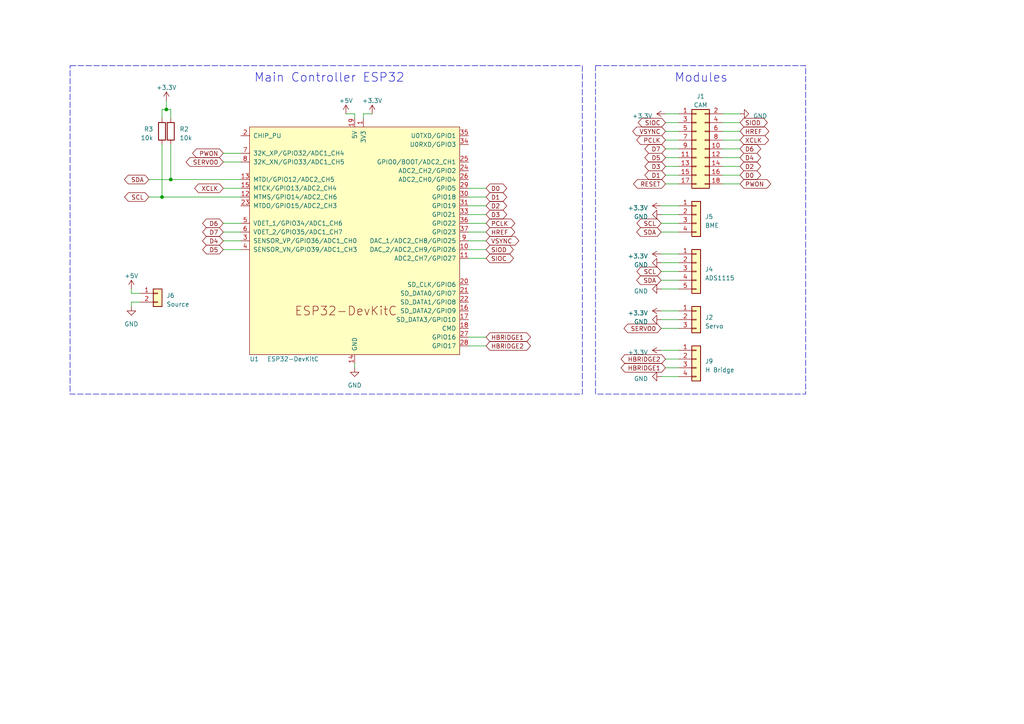
<source format=kicad_sch>
(kicad_sch (version 20230121) (generator eeschema)
  (paper "A4")
  (title_block (title "Main Controller") (date "2023-05-01") (rev "1.0.0") (company "Empresa Kanedística"))
  (lib_symbols
    (symbol "Connector_Generic:Conn_01x02" (pin_names (offset 1.016) hide)
      (property "Reference" "J" (at 0 2.54 0))
      (property "Value" "Conn_01x02" (at 0 -5.08 0))
      (symbol "Conn_01x02_1_1"
        (rectangle (start -1.27 -2.413) (end 0 -2.667) (stroke (width 0.1524)))
        (rectangle (start -1.27 0.127) (end 0 -0.127) (stroke (width 0.1524)))
        (rectangle (start -1.27 1.27) (end 1.27 -3.81) (stroke (width 0.254)) (fill (type background)))
        (pin passive line (at -5.08 0 0) (length 3.81) (name "Pin_1") (number "1"))
        (pin passive line (at -5.08 -2.54 0) (length 3.81) (name "Pin_2") (number "2"))
      )
    )
    (symbol "Connector_Generic:Conn_01x03" (pin_names (offset 1.016) hide)
      (property "Reference" "J" (at 0 5.08 0))
      (property "Value" "Conn_01x03" (at 0 -5.08 0))
      (symbol "Conn_01x03_1_1"
        (rectangle (start -1.27 -2.413) (end 0 -2.667) (stroke (width 0.1524)))
        (rectangle (start -1.27 0.127) (end 0 -0.127) (stroke (width 0.1524)))
        (rectangle (start -1.27 2.667) (end 0 2.413) (stroke (width 0.1524)))
        (rectangle (start -1.27 3.81) (end 1.27 -3.81) (stroke (width 0.254)) (fill (type background)))
        (pin passive line (at -5.08 2.54 0) (length 3.81) (name "Pin_1") (number "1"))
        (pin passive line (at -5.08 0 0) (length 3.81) (name "Pin_2") (number "2"))
        (pin passive line (at -5.08 -2.54 0) (length 3.81) (name "Pin_3") (number "3"))
      )
    )
    (symbol "Connector_Generic:Conn_01x04" (pin_names (offset 1.016) hide)
      (property "Reference" "J" (at 0 5.08 0))
      (property "Value" "Conn_01x04" (at 0 -7.62 0))
      (symbol "Conn_01x04_1_1"
        (rectangle (start -1.27 -4.953) (end 0 -5.207) (stroke (width 0.1524)))
        (rectangle (start -1.27 -2.413) (end 0 -2.667) (stroke (width 0.1524)))
        (rectangle (start -1.27 0.127) (end 0 -0.127) (stroke (width 0.1524)))
        (rectangle (start -1.27 2.667) (end 0 2.413) (stroke (width 0.1524)))
        (rectangle (start -1.27 3.81) (end 1.27 -6.35) (stroke (width 0.254)) (fill (type background)))
        (pin passive line (at -5.08 2.54 0) (length 3.81) (name "Pin_1") (number "1"))
        (pin passive line (at -5.08 0 0) (length 3.81) (name "Pin_2") (number "2"))
        (pin passive line (at -5.08 -2.54 0) (length 3.81) (name "Pin_3") (number "3"))
        (pin passive line (at -5.08 -5.08 0) (length 3.81) (name "Pin_4") (number "4"))
      )
    )
    (symbol "Connector_Generic:Conn_01x05" (pin_names (offset 1.016) hide)
      (property "Reference" "J" (at 0 7.62 0))
      (property "Value" "Conn_01x05" (at 0 -7.62 0))
      (symbol "Conn_01x05_1_1"
        (rectangle (start -1.27 -4.953) (end 0 -5.207) (stroke (width 0.1524)))
        (rectangle (start -1.27 -2.413) (end 0 -2.667) (stroke (width 0.1524)))
        (rectangle (start -1.27 0.127) (end 0 -0.127) (stroke (width 0.1524)))
        (rectangle (start -1.27 2.667) (end 0 2.413) (stroke (width 0.1524)))
        (rectangle (start -1.27 5.207) (end 0 4.953) (stroke (width 0.1524)))
        (rectangle (start -1.27 6.35) (end 1.27 -6.35) (stroke (width 0.254)) (fill (type background)))
        (pin passive line (at -5.08 5.08 0) (length 3.81) (name "Pin_1") (number "1"))
        (pin passive line (at -5.08 2.54 0) (length 3.81) (name "Pin_2") (number "2"))
        (pin passive line (at -5.08 0 0) (length 3.81) (name "Pin_3") (number "3"))
        (pin passive line (at -5.08 -2.54 0) (length 3.81) (name "Pin_4") (number "4"))
        (pin passive line (at -5.08 -5.08 0) (length 3.81) (name "Pin_5") (number "5"))
      )
    )
    (symbol "Connector_Generic:Conn_02x09_Odd_Even" (pin_names (offset 1.016) hide)
      (property "Reference" "J" (at 1.27 12.7 0))
      (property "Value" "Conn_02x09_Odd_Even" (at 1.27 -12.7 0))
      (symbol "Conn_02x09_Odd_Even_1_1"
        (rectangle (start -1.27 -10.033) (end 0 -10.287) (stroke (width 0.1524)))
        (rectangle (start -1.27 -7.493) (end 0 -7.747) (stroke (width 0.1524)))
        (rectangle (start -1.27 -4.953) (end 0 -5.207) (stroke (width 0.1524)))
        (rectangle (start -1.27 -2.413) (end 0 -2.667) (stroke (width 0.1524)))
        (rectangle (start -1.27 0.127) (end 0 -0.127) (stroke (width 0.1524)))
        (rectangle (start -1.27 2.667) (end 0 2.413) (stroke (width 0.1524)))
        (rectangle (start -1.27 5.207) (end 0 4.953) (stroke (width 0.1524)))
        (rectangle (start -1.27 7.747) (end 0 7.493) (stroke (width 0.1524)))
        (rectangle (start -1.27 10.287) (end 0 10.033) (stroke (width 0.1524)))
        (rectangle (start -1.27 11.43) (end 3.81 -11.43) (stroke (width 0.254)) (fill (type background)))
        (rectangle (start 3.81 -10.033) (end 2.54 -10.287) (stroke (width 0.1524)))
        (rectangle (start 3.81 -7.493) (end 2.54 -7.747) (stroke (width 0.1524)))
        (rectangle (start 3.81 -4.953) (end 2.54 -5.207) (stroke (width 0.1524)))
        (rectangle (start 3.81 -2.413) (end 2.54 -2.667) (stroke (width 0.1524)))
        (rectangle (start 3.81 0.127) (end 2.54 -0.127) (stroke (width 0.1524)))
        (rectangle (start 3.81 2.667) (end 2.54 2.413) (stroke (width 0.1524)))
        (rectangle (start 3.81 5.207) (end 2.54 4.953) (stroke (width 0.1524)))
        (rectangle (start 3.81 7.747) (end 2.54 7.493) (stroke (width 0.1524)))
        (rectangle (start 3.81 10.287) (end 2.54 10.033) (stroke (width 0.1524)))
        (pin passive line (at -5.08 10.16 0) (length 3.81) (name "Pin_1") (number "1"))
        (pin passive line (at 7.62 0 180) (length 3.81) (name "Pin_10") (number "10"))
        (pin passive line (at -5.08 -2.54 0) (length 3.81) (name "Pin_11") (number "11"))
        (pin passive line (at 7.62 -2.54 180) (length 3.81) (name "Pin_12") (number "12"))
        (pin passive line (at -5.08 -5.08 0) (length 3.81) (name "Pin_13") (number "13"))
        (pin passive line (at 7.62 -5.08 180) (length 3.81) (name "Pin_14") (number "14"))
        (pin passive line (at -5.08 -7.62 0) (length 3.81) (name "Pin_15") (number "15"))
        (pin passive line (at 7.62 -7.62 180) (length 3.81) (name "Pin_16") (number "16"))
        (pin passive line (at -5.08 -10.16 0) (length 3.81) (name "Pin_17") (number "17"))
        (pin passive line (at 7.62 -10.16 180) (length 3.81) (name "Pin_18") (number "18"))
        (pin passive line (at 7.62 10.16 180) (length 3.81) (name "Pin_2") (number "2"))
        (pin passive line (at -5.08 7.62 0) (length 3.81) (name "Pin_3") (number "3"))
        (pin passive line (at 7.62 7.62 180) (length 3.81) (name "Pin_4") (number "4"))
        (pin passive line (at -5.08 5.08 0) (length 3.81) (name "Pin_5") (number "5"))
        (pin passive line (at 7.62 5.08 180) (length 3.81) (name "Pin_6") (number "6"))
        (pin passive line (at -5.08 2.54 0) (length 3.81) (name "Pin_7") (number "7"))
        (pin passive line (at 7.62 2.54 180) (length 3.81) (name "Pin_8") (number "8"))
        (pin passive line (at -5.08 0 0) (length 3.81) (name "Pin_9") (number "9"))
      )
    )
    (symbol "Device:R" (pin_numbers hide) (pin_names (offset 0))
      (property "Reference" "R" (at 2.032 0 90))
      (property "Value" "R" (at 0 0 90))
      (symbol "R_0_1"
        (rectangle (start -1.016 -2.54) (end 1.016 2.54) (stroke (width 0.254)))
      )
      (symbol "R_1_1"
        (pin passive line (at 0 3.81 270) (length 1.27) (name "~") (number "1"))
        (pin passive line (at 0 -3.81 90) (length 1.27) (name "~") (number "2"))
      )
    )
    (symbol "Espressif:ESP32-DevKitC" (pin_names (offset 1.016))
      (property "Reference" "U" (at -30.48 38.1 0))
      (property "Value" "ESP32-DevKitC" (at -30.48 35.56 0))
      (symbol "ESP32-DevKitC_0_0"
        (text "ESP32-DevKitC" (at -2.54 -20.32 0) (effects (font (size 2.54 2.54))))
        (pin power_in line (at 0 -35.56 90) (length 2.54) (name "GND") (number "14"))
        (pin power_in line (at 0 35.56 270) (length 2.54) (name "5V") (number "19"))
      )
      (symbol "ESP32-DevKitC_0_1"
        (rectangle (start -30.48 33.02) (end 30.48 -33.02) (fill (type background)))
      )
      (symbol "ESP32-DevKitC_1_1"
        (pin power_in line (at 2.54 35.56 270) (length 2.54) (name "3V3") (number "1"))
        (pin bidirectional line (at 33.02 -2.54 180) (length 2.54) (name "DAC_2/ADC2_CH9/GPIO26") (number "10"))
        (pin bidirectional line (at 33.02 -5.08 180) (length 2.54) (name "ADC2_CH7/GPIO27") (number "11"))
        (pin bidirectional line (at -33.02 12.7 0) (length 2.54) (name "MTMS/GPIO14/ADC2_CH6") (number "12"))
        (pin bidirectional line (at -33.02 17.78 0) (length 2.54) (name "MTDI/GPIO12/ADC2_CH5") (number "13"))
        (pin bidirectional line (at -33.02 15.24 0) (length 2.54) (name "MTCK/GPIO13/ADC2_CH4") (number "15"))
        (pin bidirectional line (at 33.02 -20.32 180) (length 2.54) (name "SD_DATA2/GPIO9") (number "16"))
        (pin bidirectional line (at 33.02 -22.86 180) (length 2.54) (name "SD_DATA3/GPIO10") (number "17"))
        (pin bidirectional line (at 33.02 -25.4 180) (length 2.54) (name "CMD") (number "18"))
        (pin input line (at -33.02 30.48 0) (length 2.54) (name "CHIP_PU") (number "2"))
        (pin bidirectional line (at 33.02 -12.7 180) (length 2.54) (name "SD_CLK/GPIO6") (number "20"))
        (pin bidirectional line (at 33.02 -15.24 180) (length 2.54) (name "SD_DATA0/GPIO7") (number "21"))
        (pin bidirectional line (at 33.02 -17.78 180) (length 2.54) (name "SD_DATA1/GPIO8") (number "22"))
        (pin bidirectional line (at -33.02 10.16 0) (length 2.54) (name "MTDO/GPIO15/ADC2_CH3") (number "23"))
        (pin bidirectional line (at 33.02 20.32 180) (length 2.54) (name "ADC2_CH2/GPIO2") (number "24"))
        (pin bidirectional line (at 33.02 22.86 180) (length 2.54) (name "GPIO0/BOOT/ADC2_CH1") (number "25"))
        (pin bidirectional line (at 33.02 17.78 180) (length 2.54) (name "ADC2_CH0/GPIO4") (number "26"))
        (pin bidirectional line (at 33.02 -27.94 180) (length 2.54) (name "GPIO16") (number "27"))
        (pin bidirectional line (at 33.02 -30.48 180) (length 2.54) (name "GPIO17") (number "28"))
        (pin bidirectional line (at 33.02 15.24 180) (length 2.54) (name "GPIO5") (number "29"))
        (pin input line (at -33.02 0 0) (length 2.54) (name "SENSOR_VP/GPIO36/ADC1_CH0") (number "3"))
        (pin bidirectional line (at 33.02 12.7 180) (length 2.54) (name "GPIO18") (number "30"))
        (pin bidirectional line (at 33.02 10.16 180) (length 2.54) (name "GPIO19") (number "31"))
        (pin passive line (at 0 -35.56 90) (length 2.54) hide (name "GND") (number "32"))
        (pin bidirectional line (at 33.02 7.62 180) (length 2.54) (name "GPIO21") (number "33"))
        (pin bidirectional line (at 33.02 27.94 180) (length 2.54) (name "U0RXD/GPIO3") (number "34"))
        (pin bidirectional line (at 33.02 30.48 180) (length 2.54) (name "U0TXD/GPIO1") (number "35"))
        (pin bidirectional line (at 33.02 5.08 180) (length 2.54) (name "GPIO22") (number "36"))
        (pin bidirectional line (at 33.02 2.54 180) (length 2.54) (name "GPIO23") (number "37"))
        (pin passive line (at 0 -35.56 90) (length 2.54) hide (name "GND") (number "38"))
        (pin input line (at -33.02 -2.54 0) (length 2.54) (name "SENSOR_VN/GPIO39/ADC1_CH3") (number "4"))
        (pin input line (at -33.02 5.08 0) (length 2.54) (name "VDET_1/GPIO34/ADC1_CH6") (number "5"))
        (pin input line (at -33.02 2.54 0) (length 2.54) (name "VDET_2/GPIO35/ADC1_CH7") (number "6"))
        (pin bidirectional line (at -33.02 25.4 0) (length 2.54) (name "32K_XP/GPIO32/ADC1_CH4") (number "7"))
        (pin bidirectional line (at -33.02 22.86 0) (length 2.54) (name "32K_XN/GPIO33/ADC1_CH5") (number "8"))
        (pin bidirectional line (at 33.02 0 180) (length 2.54) (name "DAC_1/ADC2_CH8/GPIO25") (number "9"))
      )
    )
    (symbol "power:+3.3V" (power) (pin_names (offset 0))
      (property "Value" "+3.3V" (at 0 3.556 0))
      (symbol "+3.3V_0_1"
        (polyline (pts (xy -0.762 1.27) (xy 0 2.54)))
        (polyline (pts (xy 0 0) (xy 0 2.54)))
        (polyline (pts (xy 0 2.54) (xy 0.762 1.27)))
      )
      (symbol "+3.3V_1_1"
        (pin power_in line (at 0 0 90) (length 0) hide (name "+3.3V") (number "1"))
      )
    )
    (symbol "power:+5V" (power) (pin_names (offset 0))
      (property "Value" "+5V" (at 0 3.556 0))
      (symbol "+5V_0_1"
        (polyline (pts (xy -0.762 1.27) (xy 0 2.54)))
        (polyline (pts (xy 0 0) (xy 0 2.54)))
        (polyline (pts (xy 0 2.54) (xy 0.762 1.27)))
      )
      (symbol "+5V_1_1"
        (pin power_in line (at 0 0 90) (length 0) hide (name "+5V") (number "1"))
      )
    )
    (symbol "power:GND" (power) (pin_names (offset 0))
      (property "Value" "GND" (at 0 -3.81 0))
      (symbol "GND_0_1"
        (polyline (pts (xy 0 0) (xy 0 -1.27) (xy 1.27 -1.27) (xy 0 -2.54) (xy -1.27 -1.27) (xy 0 -1.27)))
      )
      (symbol "GND_1_1"
        (pin power_in line (at 0 0 270) (length 0) hide (name "GND") (number "1"))
      )
    )
  )
  (junction (at 48.26 31.75))
  (junction (at 46.99 57.15))
  (junction (at 49.53 52.07))
  (wire (pts (xy 191.77 73.66) (xy 196.85 73.66)))
  (wire (pts (xy 38.1 83.82) (xy 38.1 85.09)))
  (wire (pts (xy 193.04 104.14) (xy 196.85 104.14)))
  (wire (pts (xy 140.97 59.69) (xy 135.89 59.69)))
  (wire (pts (xy 107.95 33.02) (xy 105.41 33.02)))
  (wire (pts (xy 191.77 67.31) (xy 196.85 67.31)))
  (wire (pts (xy 140.97 69.85) (xy 135.89 69.85)))
  (wire (pts (xy 191.77 83.82) (xy 196.85 83.82)))
  (wire (pts (xy 48.26 31.75) (xy 46.99 31.75)))
  (wire (pts (xy 64.77 67.31) (xy 69.85 67.31)))
  (wire (pts (xy 105.41 33.02) (xy 105.41 34.29)))
  (wire (pts (xy 191.77 101.6) (xy 196.85 101.6)))
  (wire (pts (xy 43.18 57.15) (xy 46.99 57.15)))
  (wire (pts (xy 48.26 31.75) (xy 49.53 31.75)))
  (wire (pts (xy 214.63 53.34) (xy 209.55 53.34)))
  (wire (pts (xy 191.77 78.74) (xy 196.85 78.74)))
  (wire (pts (xy 140.97 67.31) (xy 135.89 67.31)))
  (wire (pts (xy 191.77 95.25) (xy 196.85 95.25)))
  (wire (pts (xy 102.87 33.02) (xy 102.87 34.29)))
  (wire (pts (xy 100.33 33.02) (xy 102.87 33.02)))
  (wire (pts (xy 140.97 62.23) (xy 135.89 62.23)))
  (wire (pts (xy 102.87 105.41) (xy 102.87 106.68)))
  (wire (pts (xy 193.04 33.02) (xy 196.85 33.02)))
  (wire (pts (xy 193.04 45.72) (xy 196.85 45.72)))
  (wire (pts (xy 49.53 31.75) (xy 49.53 34.29)))
  (wire (pts (xy 193.04 53.34) (xy 196.85 53.34)))
  (wire (pts (xy 64.77 44.45) (xy 69.85 44.45)))
  (wire (pts (xy 140.97 74.93) (xy 135.89 74.93)))
  (wire (pts (xy 140.97 72.39) (xy 135.89 72.39)))
  (wire (pts (xy 193.04 43.18) (xy 196.85 43.18)))
  (wire (pts (xy 193.04 38.1) (xy 196.85 38.1)))
  (wire (pts (xy 191.77 64.77) (xy 196.85 64.77)))
  (wire (pts (xy 49.53 52.07) (xy 69.85 52.07)))
  (wire (pts (xy 38.1 87.63) (xy 40.64 87.63)))
  (wire (pts (xy 64.77 54.61) (xy 69.85 54.61)))
  (wire (pts (xy 43.18 52.07) (xy 49.53 52.07)))
  (wire (pts (xy 193.04 40.64) (xy 196.85 40.64)))
  (wire (pts (xy 64.77 69.85) (xy 69.85 69.85)))
  (wire (pts (xy 191.77 62.23) (xy 196.85 62.23)))
  (wire (pts (xy 191.77 109.22) (xy 196.85 109.22)))
  (wire (pts (xy 140.97 57.15) (xy 135.89 57.15)))
  (wire (pts (xy 214.63 40.64) (xy 209.55 40.64)))
  (wire (pts (xy 214.63 38.1) (xy 209.55 38.1)))
  (wire (pts (xy 135.89 100.33) (xy 140.97 100.33)))
  (wire (pts (xy 49.53 41.91) (xy 49.53 52.07)))
  (wire (pts (xy 193.04 35.56) (xy 196.85 35.56)))
  (wire (pts (xy 214.63 35.56) (xy 209.55 35.56)))
  (wire (pts (xy 214.63 43.18) (xy 209.55 43.18)))
  (wire (pts (xy 214.63 50.8) (xy 209.55 50.8)))
  (wire (pts (xy 64.77 72.39) (xy 69.85 72.39)))
  (wire (pts (xy 140.97 54.61) (xy 135.89 54.61)))
  (wire (pts (xy 193.04 48.26) (xy 196.85 48.26)))
  (wire (pts (xy 46.99 57.15) (xy 69.85 57.15)))
  (wire (pts (xy 214.63 45.72) (xy 209.55 45.72)))
  (wire (pts (xy 64.77 64.77) (xy 69.85 64.77)))
  (wire (pts (xy 193.04 50.8) (xy 196.85 50.8)))
  (wire (pts (xy 196.85 59.69) (xy 191.77 59.69)))
  (wire (pts (xy 214.63 48.26) (xy 209.55 48.26)))
  (wire (pts (xy 193.04 106.68) (xy 196.85 106.68)))
  (wire (pts (xy 46.99 41.91) (xy 46.99 57.15)))
  (wire (pts (xy 48.26 29.21) (xy 48.26 31.75)))
  (wire (pts (xy 38.1 88.9) (xy 38.1 87.63)))
  (wire (pts (xy 191.77 92.71) (xy 196.85 92.71)))
  (wire (pts (xy 135.89 97.79) (xy 140.97 97.79)))
  (wire (pts (xy 46.99 31.75) (xy 46.99 34.29)))
  (wire (pts (xy 214.63 33.02) (xy 209.55 33.02)))
  (wire (pts (xy 64.77 46.99) (xy 69.85 46.99)))
  (wire (pts (xy 38.1 85.09) (xy 40.64 85.09)))
  (wire (pts (xy 191.77 81.28) (xy 196.85 81.28)))
  (wire (pts (xy 191.77 76.2) (xy 196.85 76.2)))
  (wire (pts (xy 140.97 64.77) (xy 135.89 64.77)))
  (wire (pts (xy 191.77 90.17) (xy 196.85 90.17)))
  (rectangle (start 20.32 19.05) (end 168.91 114.3) (stroke (width 0) (type dash)))
  (rectangle (start 172.72 19.05) (end 233.68 114.3) (stroke (width 0) (type dash)))
  (text "Main Controller ESP32" (at 73.66 24.13 0) (effects (font (size 2.54 2.54)) (justify left bottom)))
  (text "Modules" (at 195.58 24.13 0) (effects (font (size 2.54 2.54)) (justify left bottom)))
  (global_label "D1" (shape bidirectional) (at 193.04 50.8 180) (property "Intersheetrefs" "${INTERSHEET_REFS}" (effects hide)))
  (global_label "D1" (shape bidirectional) (at 140.97 57.15 0) (property "Intersheetrefs" "${INTERSHEET_REFS}" (effects hide)))
  (global_label "SDA" (shape bidirectional) (at 191.77 67.31 180) (property "Intersheetrefs" "${INTERSHEET_REFS}" (effects hide)))
  (global_label "D2" (shape bidirectional) (at 140.97 59.69 0) (property "Intersheetrefs" "${INTERSHEET_REFS}" (effects hide)))
  (global_label "D6" (shape bidirectional) (at 64.77 64.77 180) (property "Intersheetrefs" "${INTERSHEET_REFS}" (effects hide)))
  (global_label "D3" (shape bidirectional) (at 140.97 62.23 0) (property "Intersheetrefs" "${INTERSHEET_REFS}" (effects hide)))
  (global_label "HBRIDGE1" (shape bidirectional) (at 140.97 97.79 0) (property "Intersheetrefs" "${INTERSHEET_REFS}" (effects hide)))
  (global_label "HBRIDGE1" (shape bidirectional) (at 193.04 106.68 180) (property "Intersheetrefs" "${INTERSHEET_REFS}" (effects hide)))
  (global_label "PCLK" (shape bidirectional) (at 140.97 64.77 0) (property "Intersheetrefs" "${INTERSHEET_REFS}" (effects hide)))
  (global_label "SERVO0" (shape bidirectional) (at 64.77 46.99 180) (property "Intersheetrefs" "${INTERSHEET_REFS}" (effects hide)))
  (global_label "D3" (shape bidirectional) (at 193.04 48.26 180) (property "Intersheetrefs" "${INTERSHEET_REFS}" (effects hide)))
  (global_label "D5" (shape bidirectional) (at 64.77 72.39 180) (property "Intersheetrefs" "${INTERSHEET_REFS}" (effects hide)))
  (global_label "VSYNC" (shape bidirectional) (at 193.04 38.1 180) (property "Intersheetrefs" "${INTERSHEET_REFS}" (effects hide)))
  (global_label "XCLK" (shape bidirectional) (at 214.63 40.64 0) (property "Intersheetrefs" "${INTERSHEET_REFS}" (effects hide)))
  (global_label "D0" (shape bidirectional) (at 140.97 54.61 0) (property "Intersheetrefs" "${INTERSHEET_REFS}" (effects hide)))
  (global_label "SCL" (shape bidirectional) (at 191.77 64.77 180) (property "Intersheetrefs" "${INTERSHEET_REFS}" (effects hide)))
  (global_label "D4" (shape bidirectional) (at 214.63 45.72 0) (property "Intersheetrefs" "${INTERSHEET_REFS}" (effects hide)))
  (global_label "HBRIDGE2" (shape bidirectional) (at 193.04 104.14 180) (property "Intersheetrefs" "${INTERSHEET_REFS}" (effects hide)))
  (global_label "SIOC" (shape bidirectional) (at 140.97 74.93 0) (property "Intersheetrefs" "${INTERSHEET_REFS}" (effects hide)))
  (global_label "SDA" (shape bidirectional) (at 43.18 52.07 180) (property "Intersheetrefs" "${INTERSHEET_REFS}" (effects hide)))
  (global_label "D0" (shape bidirectional) (at 214.63 50.8 0) (property "Intersheetrefs" "${INTERSHEET_REFS}" (effects hide)))
  (global_label "SIOC" (shape bidirectional) (at 193.04 35.56 180) (property "Intersheetrefs" "${INTERSHEET_REFS}" (effects hide)))
  (global_label "D6" (shape bidirectional) (at 214.63 43.18 0) (property "Intersheetrefs" "${INTERSHEET_REFS}" (effects hide)))
  (global_label "PWON" (shape bidirectional) (at 214.63 53.34 0) (property "Intersheetrefs" "${INTERSHEET_REFS}" (effects hide)))
  (global_label "RESET" (shape bidirectional) (at 193.04 53.34 180) (property "Intersheetrefs" "${INTERSHEET_REFS}" (effects hide)))
  (global_label "D7" (shape bidirectional) (at 193.04 43.18 180) (property "Intersheetrefs" "${INTERSHEET_REFS}" (effects hide)))
  (global_label "PCLK" (shape bidirectional) (at 193.04 40.64 180) (property "Intersheetrefs" "${INTERSHEET_REFS}" (effects hide)))
  (global_label "PWON" (shape bidirectional) (at 64.77 44.45 180) (property "Intersheetrefs" "${INTERSHEET_REFS}" (effects hide)))
  (global_label "SERVO0" (shape bidirectional) (at 191.77 95.25 180) (property "Intersheetrefs" "${INTERSHEET_REFS}" (effects hide)))
  (global_label "D5" (shape bidirectional) (at 193.04 45.72 180) (property "Intersheetrefs" "${INTERSHEET_REFS}" (effects hide)))
  (global_label "HREF" (shape bidirectional) (at 140.97 67.31 0) (property "Intersheetrefs" "${INTERSHEET_REFS}" (effects hide)))
  (global_label "HBRIDGE2" (shape bidirectional) (at 140.97 100.33 0) (property "Intersheetrefs" "${INTERSHEET_REFS}" (effects hide)))
  (global_label "SIOD" (shape bidirectional) (at 214.63 35.56 0) (property "Intersheetrefs" "${INTERSHEET_REFS}" (effects hide)))
  (global_label "HREF" (shape bidirectional) (at 214.63 38.1 0) (property "Intersheetrefs" "${INTERSHEET_REFS}" (effects hide)))
  (global_label "VSYNC" (shape bidirectional) (at 140.97 69.85 0) (property "Intersheetrefs" "${INTERSHEET_REFS}" (effects hide)))
  (global_label "SIOD" (shape bidirectional) (at 140.97 72.39 0) (property "Intersheetrefs" "${INTERSHEET_REFS}" (effects hide)))
  (global_label "XCLK" (shape bidirectional) (at 64.77 54.61 180) (property "Intersheetrefs" "${INTERSHEET_REFS}" (effects hide)))
  (global_label "SDA" (shape bidirectional) (at 191.77 81.28 180) (property "Intersheetrefs" "${INTERSHEET_REFS}" (effects hide)))
  (global_label "D7" (shape bidirectional) (at 64.77 67.31 180) (property "Intersheetrefs" "${INTERSHEET_REFS}" (effects hide)))
  (global_label "SCL" (shape bidirectional) (at 43.18 57.15 180) (property "Intersheetrefs" "${INTERSHEET_REFS}" (effects hide)))
  (global_label "SCL" (shape bidirectional) (at 191.77 78.74 180) (property "Intersheetrefs" "${INTERSHEET_REFS}" (effects hide)))
  (global_label "D4" (shape bidirectional) (at 64.77 69.85 180) (property "Intersheetrefs" "${INTERSHEET_REFS}" (effects hide)))
  (global_label "D2" (shape bidirectional) (at 214.63 48.26 0) (property "Intersheetrefs" "${INTERSHEET_REFS}" (effects hide)))
  (symbol (lib_id "power:+3.3V") (at 193.04 33.02 90) (unit 1)
    (property "Reference" "#PWR016" (effects hide))
    (property "Value" "+3.3V" (at 189.23 33.655 90) (effects (justify left)))
  )
  (symbol (lib_id "power:+3.3V") (at 48.26 29.21 0) (unit 1)
    (property "Reference" "#PWR021" (effects hide))
    (property "Value" "+3.3V" (at 48.26 25.4 0))
  )
  (symbol (lib_id "power:GND") (at 102.87 106.68 0) (unit 1)
    (property "Reference" "#PWR01" (effects hide))
    (property "Value" "GND" (at 102.87 111.76 0))
  )
  (symbol (lib_id "Connector_Generic:Conn_01x04") (at 201.93 104.14 0) (unit 1)
    (property "Reference" "J9" (at 204.47 104.775 0) (effects (justify left)))
    (property "Value" "H Bridge" (at 204.47 107.315 0) (effects (justify left)))
    (property "Footprint" "Connector_PinHeader_2.54mm:PinHeader_1x04_P2.54mm_Vertical" (effects hide))
  )
  (symbol (lib_id "Connector_Generic:Conn_01x02") (at 45.72 85.09 0) (unit 1)
    (property "Reference" "J6" (at 48.26 85.725 0) (effects (justify left)))
    (property "Value" "Source" (at 48.26 88.265 0) (effects (justify left)))
    (property "Footprint" "Connector_PinHeader_2.54mm:PinHeader_1x02_P2.54mm_Vertical" (effects hide))
  )
  (symbol (lib_id "Connector_Generic:Conn_02x09_Odd_Even") (at 201.93 43.18 0) (unit 1)
    (property "Reference" "J1" (at 203.2 27.94 0))
    (property "Value" "CAM" (at 203.2 30.48 0))
    (property "Footprint" "Connector_PinHeader_2.54mm:PinHeader_2x09_P2.54mm_Vertical" (effects hide))
  )
  (symbol (lib_id "power:+3.3V") (at 191.77 59.69 90) (unit 1)
    (property "Reference" "#PWR011" (effects hide))
    (property "Value" "+3.3V" (at 187.96 60.325 90) (effects (justify left)))
  )
  (symbol (lib_id "Connector_Generic:Conn_01x04") (at 201.93 62.23 0) (unit 1)
    (property "Reference" "J5" (at 204.47 62.865 0) (effects (justify left)))
    (property "Value" "BME" (at 204.47 65.405 0) (effects (justify left)))
    (property "Footprint" "Connector_PinHeader_2.54mm:PinHeader_1x04_P2.54mm_Vertical" (effects hide))
  )
  (symbol (lib_id "power:GND") (at 214.63 33.02 90) (unit 1)
    (property "Reference" "#PWR017" (effects hide))
    (property "Value" "GND" (at 218.44 33.655 90) (effects (justify right)))
  )
  (symbol (lib_id "power:+3.3V") (at 191.77 90.17 90) (unit 1)
    (property "Reference" "#PWR018" (effects hide))
    (property "Value" "+3.3V" (at 187.96 90.805 90) (effects (justify left)))
  )
  (symbol (lib_id "power:GND") (at 191.77 83.82 270) (unit 1)
    (property "Reference" "#PWR015" (effects hide))
    (property "Value" "GND" (at 187.96 84.455 90) (effects (justify right)))
  )
  (symbol (lib_id "power:+5V") (at 38.1 83.82 0) (unit 1)
    (property "Reference" "#PWR032" (effects hide))
    (property "Value" "+5V" (at 38.1 80.01 0))
  )
  (symbol (lib_id "power:GND") (at 191.77 109.22 270) (unit 1)
    (property "Reference" "#PWR034" (effects hide))
    (property "Value" "GND" (at 187.96 109.855 90) (effects (justify right)))
  )
  (symbol (lib_id "power:+3.3V") (at 191.77 101.6 90) (unit 1)
    (property "Reference" "#PWR04" (effects hide))
    (property "Value" "+3.3V" (at 187.96 102.235 90) (effects (justify left)))
  )
  (symbol (lib_id "power:GND") (at 191.77 62.23 270) (unit 1)
    (property "Reference" "#PWR012" (effects hide))
    (property "Value" "GND" (at 187.96 62.865 90) (effects (justify right)))
  )
  (symbol (lib_id "Device:R") (at 46.99 38.1 0) (mirror y) (unit 1)
    (property "Reference" "R3" (at 44.45 37.465 0) (effects (justify left)))
    (property "Value" "10k" (at 44.45 40.005 0) (effects (justify left)))
    (property "Footprint" "Resistor_THT:R_Axial_DIN0204_L3.6mm_D1.6mm_P7.62mm_Horizontal" (effects hide))
  )
  (symbol (lib_id "Connector_Generic:Conn_01x05") (at 201.93 78.74 0) (unit 1)
    (property "Reference" "J4" (at 204.47 78.105 0) (effects (justify left)))
    (property "Value" "ADS1115" (at 204.47 80.645 0) (effects (justify left)))
    (property "Footprint" "Connector_PinHeader_2.54mm:PinHeader_1x05_P2.54mm_Vertical" (effects hide))
  )
  (symbol (lib_id "power:+5V") (at 100.33 33.02 0) (unit 1)
    (property "Reference" "#PWR010" (effects hide))
    (property "Value" "+5V" (at 100.33 29.21 0))
  )
  (symbol (lib_id "power:+3.3V") (at 191.77 73.66 90) (unit 1)
    (property "Reference" "#PWR013" (effects hide))
    (property "Value" "+3.3V" (at 187.96 74.295 90) (effects (justify left)))
  )
  (symbol (lib_id "Connector_Generic:Conn_01x03") (at 201.93 92.71 0) (unit 1)
    (property "Reference" "J2" (at 204.47 92.075 0) (effects (justify left)))
    (property "Value" "Servo" (at 204.47 94.615 0) (effects (justify left)))
    (property "Footprint" "Connector_PinHeader_2.54mm:PinHeader_1x03_P2.54mm_Vertical" (effects hide))
  )
  (symbol (lib_id "power:GND") (at 191.77 76.2 270) (unit 1)
    (property "Reference" "#PWR014" (effects hide))
    (property "Value" "GND" (at 187.96 76.835 90) (effects (justify right)))
  )
  (symbol (lib_id "power:GND") (at 191.77 92.71 270) (unit 1)
    (property "Reference" "#PWR019" (effects hide))
    (property "Value" "GND" (at 187.96 93.345 90) (effects (justify right)))
  )
  (symbol (lib_id "power:GND") (at 38.1 88.9 0) (unit 1)
    (property "Reference" "#PWR033" (effects hide))
    (property "Value" "GND" (at 38.1 93.98 0))
  )
  (symbol (lib_id "Espressif:ESP32-DevKitC") (at 102.87 69.85 0) (unit 1)
    (property "Reference" "U1" (at 72.39 104.14 0) (effects (justify left)))
    (property "Value" "ESP32-DevKitC" (at 77.47 104.14 0) (effects (justify left)))
    (property "Footprint" "ESP:ESP32-DevKitC" (effects hide))
    (property "Datasheet" "https://docs.espressif.com/projects/esp-idf/zh_CN/latest/esp32/hw-reference/esp32/get-started-devkitc.html" (effects hide))
  )
  (symbol (lib_id "Device:R") (at 49.53 38.1 0) (unit 1)
    (property "Reference" "R2" (at 52.07 37.465 0) (effects (justify left)))
    (property "Value" "10k" (at 52.07 40.005 0) (effects (justify left)))
    (property "Footprint" "Resistor_THT:R_Axial_DIN0204_L3.6mm_D1.6mm_P7.62mm_Horizontal" (effects hide))
  )
  (symbol (lib_id "power:+3.3V") (at 107.95 33.02 0) (unit 1)
    (property "Reference" "#PWR020" (effects hide))
    (property "Value" "+3.3V" (at 107.95 29.21 0))
  )
)
</source>
